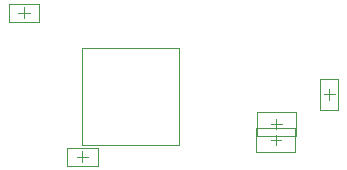
<source format=gbr>
G04*
G04 #@! TF.GenerationSoftware,Altium Limited,Altium Designer,25.8.1 (18)*
G04*
G04 Layer_Color=32768*
%FSLAX44Y44*%
%MOMM*%
G71*
G04*
G04 #@! TF.SameCoordinates,DC2A109C-38F9-4662-A5C9-921089D2BF11*
G04*
G04*
G04 #@! TF.FilePolarity,Positive*
G04*
G01*
G75*
%ADD13C,0.1000*%
%ADD65C,0.0500*%
D13*
X-245796Y71120D02*
X-236296D01*
X-241046Y66370D02*
Y75870D01*
X-32201Y-36442D02*
X-23201D01*
X-27701Y-40942D02*
Y-31942D01*
X-31801Y-23043D02*
X-22801D01*
X-27301Y-27543D02*
Y-18543D01*
X12801Y2042D02*
X22301D01*
X17551Y-2708D02*
Y6792D01*
X-191516Y-55550D02*
Y-46050D01*
X-196266Y-50800D02*
X-186766D01*
D65*
X-254046Y63620D02*
Y78620D01*
X-228046Y63620D02*
Y78620D01*
X-254046Y63620D02*
X-228046D01*
X-254046Y78620D02*
X-228046D01*
X-192155Y-41178D02*
Y41322D01*
Y-41178D02*
X-109655D01*
Y41322D01*
X-192155D02*
X-109655D01*
X-11201Y-46442D02*
Y-26442D01*
X-44201Y-46442D02*
Y-26442D01*
Y-46442D02*
X-11201D01*
X-44201Y-26442D02*
X-11201D01*
X-10801Y-33043D02*
Y-13043D01*
X-43801Y-33043D02*
Y-13043D01*
Y-33043D02*
X-10801D01*
X-43801Y-13043D02*
X-10801D01*
X10051Y-10958D02*
Y15042D01*
X25051Y-10958D02*
Y15042D01*
X10051Y-10958D02*
X25051D01*
X10051Y15042D02*
X25051D01*
X-204516Y-58300D02*
X-178516D01*
X-204516Y-43300D02*
X-178516D01*
X-204516Y-58300D02*
Y-43300D01*
X-178516Y-58300D02*
Y-43300D01*
M02*

</source>
